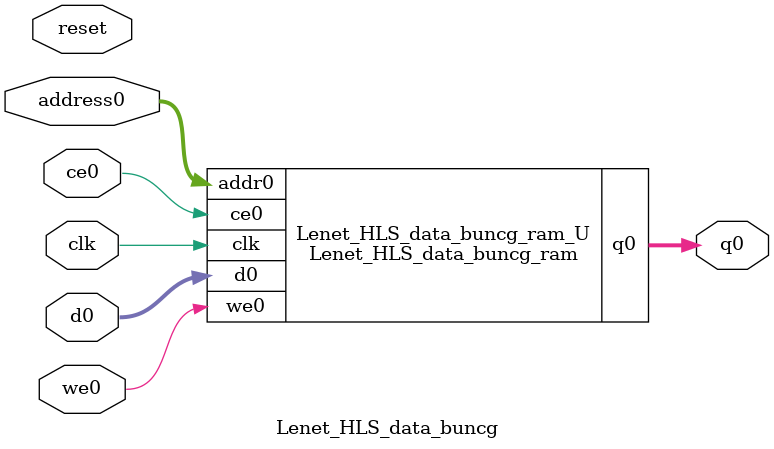
<source format=v>
`timescale 1 ns / 1 ps
module Lenet_HLS_data_buncg_ram (addr0, ce0, d0, we0, q0,  clk);

parameter DWIDTH = 16;
parameter AWIDTH = 10;
parameter MEM_SIZE = 1024;

input[AWIDTH-1:0] addr0;
input ce0;
input[DWIDTH-1:0] d0;
input we0;
output reg[DWIDTH-1:0] q0;
input clk;

(* ram_style = "block" *)reg [DWIDTH-1:0] ram[0:MEM_SIZE-1];




always @(posedge clk)  
begin 
    if (ce0) begin
        if (we0) 
            ram[addr0] <= d0; 
        q0 <= ram[addr0];
    end
end


endmodule

`timescale 1 ns / 1 ps
module Lenet_HLS_data_buncg(
    reset,
    clk,
    address0,
    ce0,
    we0,
    d0,
    q0);

parameter DataWidth = 32'd16;
parameter AddressRange = 32'd1024;
parameter AddressWidth = 32'd10;
input reset;
input clk;
input[AddressWidth - 1:0] address0;
input ce0;
input we0;
input[DataWidth - 1:0] d0;
output[DataWidth - 1:0] q0;



Lenet_HLS_data_buncg_ram Lenet_HLS_data_buncg_ram_U(
    .clk( clk ),
    .addr0( address0 ),
    .ce0( ce0 ),
    .we0( we0 ),
    .d0( d0 ),
    .q0( q0 ));

endmodule


</source>
